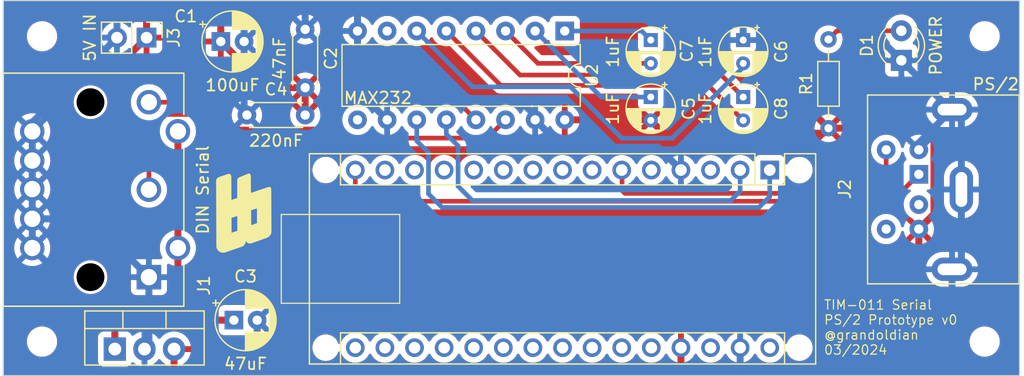
<source format=kicad_pcb>
(kicad_pcb (version 20221018) (generator pcbnew)
  (layers (0 "F.Cu" signal) (31 "B.Cu" signal) (34 "B.Paste" user) (35 "F.Paste" user) (36 "B.SilkS" user "B.Silkscreen") (37 "F.SilkS" user "F.Silkscreen") (38 "B.Mask" user) (39 "F.Mask" user) (44 "Edge.Cuts" user))
  (net 0 "")
  (net 1 "+5V")
  (net 2 "GND")
  (net 3 "+12V")
  (net 4 "Net-(U2-VS+)")
  (net 5 "Net-(U2-VS-)")
  (net 6 "Net-(U2-C1+)")
  (net 7 "Net-(U2-C1-)")
  (net 8 "Net-(U2-C2+)")
  (net 9 "Net-(U2-C2-)")
  (net 10 "Net-(D1-A)")
  (net 11 "S_TX")
  (net 12 "S_RX")
  (net 13 "PS2-DATA")
  (net 15 "PS2-CLK")
  (net 17 "Net-(U1-Pin_1)")
  (net 18 "Net-(U1-Pin_2)")
  (footprint "Capacitor_THT:CP_Radial_D4.0mm_P2.00mm" (layer "F.Cu") (at 144.19 55.027401 -90)
    (fp_text reference "C8" (at 1 -3.25 90) (layer "F.SilkS"))
    (fp_text value "1uF" (at 1 3.25 90) (layer "F.SilkS"))
    (pad "1" thru_hole rect (at 0 0 270) (size 1.2 1.2) (drill 0.6) (layers "*.Cu" "*.Mask") (net 8 "Net-(U2-C2+)"))
    (pad "2" thru_hole circle (at 2 0 270) (size 1.2 1.2) (drill 0.6) (layers "*.Cu" "*.Mask") (net 9 "Net-(U2-C2-)"))
  )
  (footprint "TIMPS2Key:BF8" (layer "F.Cu") (at 101.40526 64.923103 90)
    (fp_text reference "G1" hide)
    (fp_text value "Board Folk Logo" hide)
  )
  (footprint "TIMPS2Key:DINSerial" (layer "F.Cu") (at 88.19 62.9884 90)
    (fp_text reference "J1" (at -8.2042 9.7282 90 unlocked) (layer "F.SilkS"))
    (fp_text value "DIN Serial" (at -0.0016 9.63 90 unlocked) (layer "F.SilkS"))
    (pad "" np_thru_hole circle (at -7.4916 0) (size 2.39 2.39) (drill 2.39) (layers "*.Mask"))
    (pad "" np_thru_hole circle (at 7.5184 0) (size 2.39 2.39) (drill 2.39) (layers "*.Mask"))
    (pad "1" thru_hole rect (at -7.4916 5.01) (size 2.1 2.1) (drill 1.4) (layers "*.Mask" "F.Cu" "In1.Cu" "B.Cu") (net 2 "GND"))
    (pad "2" thru_hole circle (at 0.0134 5.01) (size 2.1 2.1) (drill 1.4) (layers "*.Mask" "F.Cu" "In1.Cu" "B.Cu") (net 11 "S_TX"))
    (pad "3" thru_hole circle (at 7.5184 5.01) (size 2.1 2.1) (drill 1.4) (layers "*.Mask" "F.Cu" "In1.Cu" "B.Cu") (net 12 "S_RX"))
    (pad "4" thru_hole circle (at -4.9916 7.5) (size 2.1 2.1) (drill 1.4) (layers "*.Mask" "F.Cu" "In1.Cu" "B.Cu") (net 3 "+12V"))
    (pad "5" thru_hole circle (at 5.0184 7.5) (size 2.1 2.1) (drill 1.4) (layers "*.Mask" "F.Cu" "In1.Cu" "B.Cu") (net 3 "+12V"))
    (pad "G" thru_hole circle (at -4.9916 -4.9968) (size 2.1 2.1) (drill 1.4) (layers "*.Mask" "F.Cu" "In1.Cu" "B.Cu") (net 2 "GND"))
    (pad "G" thru_hole circle (at -2.4866 -4.9968) (size 2.1 2.1) (drill 1.4) (layers "*.Cu" "*.Mask") (net 2 "GND"))
    (pad "G" thru_hole circle (at 0.0642 -4.9968) (size 2.1 2.1) (drill 1.4) (layers "*.Mask" "F.Cu" "In1.Cu" "B.Cu") (net 2 "GND"))
    (pad "G" thru_hole circle (at 2.5134 -4.9968) (size 2.1 2.1) (drill 1.4) (layers "*.Cu" "*.Mask") (net 2 "GND"))
    (pad "G" thru_hole circle (at 5.0184 -4.9968) (size 2.1 2.1) (drill 1.4) (layers "*.Mask" "F.Cu" "In1.Cu" "B.Cu") (net 2 "GND"))
  )
  (footprint "Arduino:Connector_Mini-DIN_Female_6Pin_2rows" (layer "F.Cu") (at 159.26 61.655 90)
    (fp_text reference "J2" (at -1.27 -6.35 90) (layer "F.SilkS"))
    (fp_text value "PS/2" (at 7.725 6.6 180) (layer "F.SilkS"))
    (pad "1" thru_hole rect (at 0 0 90) (size 1.6 1.6) (drill 0.8) (layers "*.Cu" "*.Mask") (net 13 "PS2-DATA"))
    (pad "2" thru_hole circle (at -2.6 0 90) (size 1.6 1.6) (drill 0.8) (layers "*.Cu" "*.Mask"))
    (pad "3" thru_hole circle (at 2.1 0 90) (size 1.6 1.6) (drill 0.8) (layers "*.Cu" "*.Mask") (net 2 "GND"))
    (pad "4" thru_hole circle (at -4.7 0 90) (size 1.6 1.6) (drill 0.8) (layers "*.Cu" "*.Mask") (net 1 "+5V"))
    (pad "5" thru_hole circle (at 2.1 -2.8 90) (size 1.6 1.6) (drill 0.8) (layers "*.Cu" "*.Mask") (net 15 "PS2-CLK"))
    (pad "6" thru_hole circle (at -4.7 -2.8 90) (size 1.6 1.6) (drill 0.8) (layers "*.Cu" "*.Mask"))
    (pad "7" thru_hole oval (at -8.15 2.85 90) (size 2 3.5) (drill oval 1 2.5) (layers "*.Cu" "*.Mask") (net 2 "GND"))
    (pad "7" thru_hole oval (at -1.3 3.65 90) (size 4 2) (drill oval 3 1) (layers "*.Cu" "*.Mask") (net 2 "GND"))
    (pad "7" thru_hole oval (at 5.55 2.85 90) (size 2 3.5) (drill oval 1 2.5) (layers "*.Cu" "*.Mask") (net 2 "GND"))
  )
  (footprint "Capacitor_THT:CP_Radial_D4.0mm_P2.00mm" (layer "F.Cu") (at 136.26 50.137401 -90)
    (fp_text reference "C7" (at 0.94 -3.09 90) (layer "F.SilkS"))
    (fp_text value "1uF" (at 1 3.25 90) (layer "F.SilkS"))
    (pad "1" thru_hole rect (at 0 0 270) (size 1.2 1.2) (drill 0.6) (layers "*.Cu" "*.Mask") (net 6 "Net-(U2-C1+)"))
    (pad "2" thru_hole circle (at 2 0 270) (size 1.2 1.2) (drill 0.6) (layers "*.Cu" "*.Mask") (net 7 "Net-(U2-C1-)"))
  )
  (footprint "MountingHole:MountingHole_2.1mm" (layer "F.Cu") (at 164.91 49.81)
    (fp_text reference "H3" hide)
    (fp_text value "MountingHole" hide)
    (pad "" np_thru_hole circle (at 0 0) (size 2.1 2.1) (drill 2.1) (layers "*.Cu" "*.Mask"))
  )
  (footprint "LED_THT:LED_D3.0mm" (layer "F.Cu") (at 157.76 51.88 90)
    (fp_text reference "D1" (at 1.27 -2.96 90) (layer "F.SilkS"))
    (fp_text value "POWER" (at 1.27 2.96 90) (layer "F.SilkS"))
    (pad "1" thru_hole rect (at 0 0 90) (size 1.8 1.8) (drill 0.9) (layers "*.Cu" "*.Mask") (net 2 "GND"))
    (pad "2" thru_hole circle (at 2.54 0 90) (size 1.8 1.8) (drill 0.9) (layers "*.Cu" "*.Mask") (net 10 "Net-(D1-A)"))
  )
  (footprint "Capacitor_THT:C_Disc_D4.3mm_W1.9mm_P5.00mm" (layer "F.Cu") (at 101.61 56.57)
    (fp_text reference "C4" (at 2.5 -2.2) (layer "F.SilkS"))
    (fp_text value "220nF" (at 2.5 2.2) (layer "F.SilkS"))
    (pad "1" thru_hole circle (at 0 0) (size 1.6 1.6) (drill 0.8) (layers "*.Cu" "*.Mask") (net 2 "GND"))
    (pad "2" thru_hole circle (at 5 0) (size 1.6 1.6) (drill 0.8) (layers "*.Cu" "*.Mask") (net 1 "+5V"))
  )
  (footprint "Connector_PinHeader_2.54mm:PinHeader_1x02_P2.54mm_Vertical" (layer "F.Cu") (at 93 49.93 -90)
    (fp_text reference "J3" (at 0 -2.33 90) (layer "F.SilkS"))
    (fp_text value "5V IN" (at 0 4.87 90) (layer "F.SilkS"))
    (pad "1" thru_hole rect (at 0 0 270) (size 1.7 1.7) (drill 1) (layers "*.Cu" "*.Mask") (net 1 "+5V"))
    (pad "2" thru_hole oval (at 0 2.54 270) (size 1.7 1.7) (drill 1) (layers "*.Cu" "*.Mask") (net 2 "GND"))
  )
  (footprint "Capacitor_THT:C_Disc_D4.3mm_W1.9mm_P5.00mm" (layer "F.Cu") (at 106.61 49.22 -90)
    (fp_text reference "C2" (at 2.5 -2.2 90) (layer "F.SilkS"))
    (fp_text value "47nF" (at 2.5 2.2 90) (layer "F.SilkS"))
    (pad "1" thru_hole circle (at 0 0 270) (size 1.6 1.6) (drill 0.8) (layers "*.Cu" "*.Mask") (net 2 "GND"))
    (pad "2" thru_hole circle (at 5 0 270) (size 1.6 1.6) (drill 0.8) (layers "*.Cu" "*.Mask") (net 1 "+5V"))
  )
  (footprint "MountingHole:MountingHole_2.1mm" (layer "F.Cu") (at 84.03 49.81)
    (fp_text reference "H2" hide)
    (fp_text value "MountingHole" hide)
    (pad "" np_thru_hole circle (at 0 0) (size 2.1 2.1) (drill 2.1) (layers "*.Cu" "*.Mask"))
  )
  (footprint "MountingHole:MountingHole_2.1mm" (layer "F.Cu") (at 164.91 76.01)
    (fp_text reference "H5" hide)
    (fp_text value "MountingHole" hide)
    (pad "" np_thru_hole circle (at 0 0) (size 2.1 2.1) (drill 2.1) (layers "*.Cu" "*.Mask"))
  )
  (footprint "MountingHole:MountingHole_2.1mm" (layer "F.Cu") (at 84.03 76.01)
    (fp_text reference "H4" hide)
    (fp_text value "MountingHole" hide)
    (pad "" np_thru_hole circle (at 0 0) (size 2.1 2.1) (drill 2.1) (layers "*.Cu" "*.Mask"))
  )
  (footprint "Arduino:Arduino_Nano_WithMountingHoles" (layer "F.Cu") (at 146.47 61.29 -90)
    (fp_text reference "U1" hide)
    (fp_text value "NANO Socket")
    (pad "" np_thru_hole circle (at 0 -2.54 270) (size 1.78 1.78) (drill 1.78) (layers "*.Cu" "*.Mask"))
    (pad "" np_thru_hole circle (at 0 38.1 270) (size 1.78 1.78) (drill 1.78) (layers "*.Cu" "*.Mask"))
    (pad "" np_thru_hole circle (at 15.24 -2.54 270) (size 1.78 1.78) (drill 1.78) (layers "*.Cu" "*.Mask"))
    (pad "" np_thru_hole circle (at 15.24 38.1 270) (size 1.78 1.78) (drill 1.78) (layers "*.Cu" "*.Mask"))
    (pad "1" thru_hole rect (at 0 0 270) (size 1.6 1.6) (drill 1) (layers "*.Cu" "*.Mask") (net 17 "Net-(U1-Pin_1)"))
    (pad "2" thru_hole oval (at 0 2.54 270) (size 1.6 1.6) (drill 1) (layers "*.Cu" "*.Mask") (net 18 "Net-(U1-Pin_2)"))
    (pad "3" thru_hole oval (at 0 5.08 270) (size 1.6 1.6) (drill 1) (layers "*.Cu" "*.Mask"))
    (pad "4" thru_hole oval (at 0 7.62 270) (size 1.6 1.6) (drill 1) (layers "*.Cu" "*.Mask") (net 2 "GND"))
    (pad "5" thru_hole oval (at 0 10.16 270) (size 1.6 1.6) (drill 1) (layers "*.Cu" "*.Mask"))
    (pad "6" thru_hole oval (at 0 12.7 270) (size 1.6 1.6) (drill 1) (layers "*.Cu" "*.Mask") (net 15 "PS2-CLK"))
    (pad "7" thru_hole oval (at 0 15.24 270) (size 1.6 1.6) (drill 1) (layers "*.Cu" "*.Mask"))
    (pad "8" thru_hole oval (at 0 17.78 270) (size 1.6 1.6) (drill 1) (layers "*.Cu" "*.Mask"))
    (pad "9" thru_hole oval (at 0 20.32 270) (size 1.6 1.6) (drill 1) (layers "*.Cu" "*.Mask"))
    (pad "10" thru_hole oval (at 0 22.86 270) (size 1.6 1.6) (drill 1) (layers "*.Cu" "*.Mask"))
    (pad "11" thru_hole oval (at 0 25.4 270) (size 1.6 1.6) (drill 1) (layers "*.Cu" "*.Mask"))
    (pad "12" thru_hole oval (at 0 27.94 270) (size 1.6 1.6) (drill 1) (layers "*.Cu" "*.Mask"))
    (pad "13" thru_hole oval (at 0 30.48 270) (size 1.6 1.6) (drill 1) (layers "*.Cu" "*.Mask"))
    (pad "14" thru_hole oval (at 0 33.02 270) (size 1.6 1.6) (drill 1) (layers "*.Cu" "*.Mask"))
    (pad "15" thru_hole oval (at 0 35.56 270) (size 1.6 1.6) (drill 1) (layers "*.Cu" "*.Mask") (net 13 "PS2-DATA"))
    (pad "16" thru_hole oval (at 15.24 35.56 270) (size 1.6 1.6) (drill 1) (layers "*.Cu" "*.Mask"))
    (pad "17" thru_hole oval (at 15.24 33.02 270) (size 1.6 1.6) (drill 1) (layers "*.Cu" "*.Mask"))
    (pad "18" thru_hole oval (at 15.24 30.48 270) (size 1.6 1.6) (drill 1) (layers "*.Cu" "*.Mask"))
    (pad "19" thru_hole oval (at 15.24 27.94 270) (size 1.6 1.6) (drill 1) (layers "*.Cu" "*.Mask"))
    (pad "20" thru_hole oval (at 15.24 25.4 270) (size 1.6 1.6) (drill 1) (layers "*.Cu" "*.Mask"))
    (pad "21" thru_hole oval (at 15.24 22.86 270) (size 1.6 1.6) (drill 1) (layers "*.Cu" "*.Mask"))
    (pad "22" thru_hole oval (at 15.24 20.32 270) (size 1.6 1.6) (drill 1) (layers "*.Cu" "*.Mask"))
    (pad "23" thru_hole oval (at 15.24 17.78 270) (size 1.6 1.6) (drill 1) (layers "*.Cu" "*.Mask"))
    (pad "24" thru_hole oval (at 15.24 15.24 270) (size 1.6 1.6) (drill 1) (layers "*.Cu" "*.Mask"))
    (pad "25" thru_hole oval (at 15.24 12.7 270) (size 1.6 1.6) (drill 1) (layers "*.Cu" "*.Mask"))
    (pad "26" thru_hole oval (at 15.24 10.16 270) (size 1.6 1.6) (drill 1) (layers "*.Cu" "*.Mask"))
    (pad "27" thru_hole oval (at 15.24 7.62 270) (size 1.6 1.6) (drill 1) (layers "*.Cu" "*.Mask") (net 1 "+5V"))
    (pad "28" thru_hole oval (at 15.24 5.08 270) (size 1.6 1.6) (drill 1) (layers "*.Cu" "*.Mask"))
    (pad "29" thru_hole oval (at 15.24 2.54 270) (size 1.6 1.6) (drill 1) (layers "*.Cu" "*.Mask") (net 2 "GND"))
    (pad "30" thru_hole oval (at 15.24 0 270) (size 1.6 1.6) (drill 1) (layers "*.Cu" "*.Mask"))
  )
  (footprint "Capacitor_THT:CP_Radial_D5.0mm_P2.00mm" (layer "F.Cu") (at 99.37 50.26)
    (fp_text reference "C1" (at -3 -2.16) (layer "F.SilkS"))
    (fp_text value "100uF" (at 1 3.75) (layer "F.SilkS"))
    (pad "1" thru_hole rect (at 0 0) (size 1.6 1.6) (drill 0.8) (layers "*.Cu" "*.Mask") (net 1 "+5V"))
    (pad "2" thru_hole circle (at 2 0) (size 1.6 1.6) (drill 0.8) (layers "*.Cu" "*.Mask") (net 2 "GND"))
  )
  (footprint "Package_TO_SOT_THT:TO-220-3_Vertical" (layer "F.Cu") (at 90.28 76.65)
    (fp_text reference "U3" hide)
    (fp_text value "LM7805_TO220" hide)
    (pad "1" thru_hole rect (at 0 0) (size 1.905 2) (drill 1.1) (layers "*.Cu" "*.Mask") (net 3 "+12V"))
    (pad "2" thru_hole oval (at 2.54 0) (size 1.905 2) (drill 1.1) (layers "*.Cu" "*.Mask") (net 2 "GND"))
    (pad "3" thru_hole oval (at 5.08 0) (size 1.905 2) (drill 1.1) (layers "*.Cu" "*.Mask") (net 1 "+5V"))
  )
  (footprint "Capacitor_THT:CP_Radial_D4.0mm_P2.00mm" (layer "F.Cu") (at 136.26 55.027401 -90)
    (fp_text reference "C5" (at 1 -3.25 90) (layer "F.SilkS"))
    (fp_text value "1uF" (at 1 3.25 90) (layer "F.SilkS"))
    (pad "1" thru_hole rect (at 0 0 270) (size 1.2 1.2) (drill 0.6) (layers "*.Cu" "*.Mask") (net 4 "Net-(U2-VS+)"))
    (pad "2" thru_hole circle (at 2 0 270) (size 1.2 1.2) (drill 0.6) (layers "*.Cu" "*.Mask") (net 1 "+5V"))
  )
  (footprint "Capacitor_THT:CP_Radial_D5.0mm_P2.00mm" (layer "F.Cu") (at 100.49 74.17)
    (fp_text reference "C3" (at 1 -3.75) (layer "F.SilkS"))
    (fp_text value "47uF" (at 1 3.75) (layer "F.SilkS"))
    (pad "1" thru_hole rect (at 0 0) (size 1.6 1.6) (drill 0.8) (layers "*.Cu" "*.Mask") (net 3 "+12V"))
    (pad "2" thru_hole circle (at 2 0) (size 1.6 1.6) (drill 0.8) (layers "*.Cu" "*.Mask") (net 2 "GND"))
  )
  (footprint "Package_DIP:DIP-16_W7.62mm" (layer "F.Cu") (at 128.88 49.36 -90)
    (fp_text reference "U2" (at 3.81 -2.33 90) (layer "F.SilkS"))
    (fp_text value "MAX232" (at 5.74 16.03 180) (layer "F.SilkS"))
    (pad "1" thru_hole rect (at 0 0 270) (size 1.6 1.6) (drill 0.8) (layers "*.Cu" "*.Mask") (net 6 "Net-(U2-C1+)"))
    (pad "2" thru_hole oval (at 0 2.54 270) (size 1.6 1.6) (drill 0.8) (layers "*.Cu" "*.Mask") (net 4 "Net-(U2-VS+)"))
    (pad "3" thru_hole oval (at 0 5.08 270) (size 1.6 1.6) (drill 0.8) (layers "*.Cu" "*.Mask") (net 7 "Net-(U2-C1-)"))
    (pad "4" thru_hole oval (at 0 7.62 270) (size 1.6 1.6) (drill 0.8) (layers "*.Cu" "*.Mask") (net 8 "Net-(U2-C2+)"))
    (pad "5" thru_hole oval (at 0 10.16 270) (size 1.6 1.6) (drill 0.8) (layers "*.Cu" "*.Mask") (net 9 "Net-(U2-C2-)"))
    (pad "6" thru_hole oval (at 0 12.7 270) (size 1.6 1.6) (drill 0.8) (layers "*.Cu" "*.Mask") (net 5 "Net-(U2-VS-)"))
    (pad "7" thru_hole oval (at 0 15.24 270) (size 1.6 1.6) (drill 0.8) (layers "*.Cu" "*.Mask"))
    (pad "8" thru_hole oval (at 0 17.78 270) (size 1.6 1.6) (drill 0.8) (layers "*.Cu" "*.Mask") (net 2 "GND"))
    (pad "9" thru_hole oval (at 7.62 17.78 270) (size 1.6 1.6) (drill 0.8) (layers "*.Cu" "*.Mask"))
    (pad "10" thru_hole oval (at 7.62 15.24 270) (size 1.6 1.6) (drill 0.8) (layers "*.Cu" "*.Mask") (net 2 "GND"))
    (pad "11" thru_hole oval (at 7.62 12.7 270) (size 1.6 1.6) (drill 0.8) (layers "*.Cu" "*.Mask") (net 17 "Net-(U1-Pin_1)"))
    (pad "12" thru_hole oval (at 7.62 10.16 270) (size 1.6 1.6) (drill 0.8) (layers "*.Cu" "*.Mask") (net 18 "Net-(U1-Pin_2)"))
    (pad "13" thru_hole oval (at 7.62 7.62 270) (size 1.6 1.6) (drill 0.8) (layers "*.Cu" "*.Mask") (net 12 "S_RX"))
    (pad "14" thru_hole oval (at 7.62 5.08 270) (size 1.6 1.6) (drill 0.8) (layers "*.Cu" "*.Mask") (net 11 "S_TX"))
    (pad "15" thru_hole oval (at 7.62 2.54 270) (size 1.6 1.6) (drill 0.8) (layers "*.Cu" "*.Mask") (net 2 "GND"))
    (pad "16" thru_hole oval (at 7.62 0 270) (size 1.6 1.6) (drill 0.8) (layers "*.Cu" "*.Mask") (net 1 "+5V"))
  )
  (footprint "Capacitor_THT:CP_Radial_D4.0mm_P2.00mm" (layer "F.Cu") (at 144.19 50.137401 -90)
    (fp_text reference "C6" (at 1 -3.25 90) (layer "F.SilkS"))
    (fp_text value "1uF" (at 1 3.25 90) (layer "F.SilkS"))
    (pad "1" thru_hole rect (at 0 0 270) (size 1.2 1.2) (drill 0.6) (layers "*.Cu" "*.Mask") (net 2 "GND"))
    (pad "2" thru_hole circle (at 2 0 270) (size 1.2 1.2) (drill 0.6) (layers "*.Cu" "*.Mask") (net 5 "Net-(U2-VS-)"))
  )
  (footprint "Resistor_THT:R_Axial_DIN0204_L3.6mm_D1.6mm_P7.62mm_Horizontal" (layer "F.Cu") (at 151.51 57.7 90)
    (fp_text reference "R1" (at 3.81 -1.92 90) (layer "F.SilkS"))
    (fp_text value "1K")
    (pad "1" thru_hole circle (at 0 0 90) (size 1.4 1.4) (drill 0.7) (layers "*.Cu" "*.Mask") (net 1 "+5V"))
    (pad "2" thru_hole oval (at 7.62 0 90) (size 1.4 1.4) (drill 0.7) (layers "*.Cu" "*.Mask") (net 10 "Net-(D1-A)"))
  )
  (gr_rect (start 80.71 46.75) (end 167.9 78.93) (stroke (width 0.1)) (fill none) (layer "Edge.Cuts"))
  (gr_text "TIM-011 Serial\nPS/2 Prototype v0\n@grandoldian\n03/2024" (at 151.07 77.19) (layer "F.SilkS") (effects (font (size 0.8 0.8) (thickness 0.1)) (justify left bottom)))
  (segment (start 138.85 76.53) (end 138.85 78.59) (width 0.6) (layer "F.Cu") (net 1))
  (segment (start 88.23 78.63) (end 95.57 78.63) (width 0.6) (layer "F.Cu") (net 1))
  (segment (start 160.56 65.055) (end 160.56 58.27) (width 0.6) (layer "F.Cu") (net 1))
  (segment (start 151.51 57.7) (end 147.03 53.22) (width 0.6) (layer "F.Cu") (net 1))
  (segment (start 82.302197 53.127803) (end 81.01 54.42) (width 0.6) (layer "F.Cu") (net 1))
  (segment (start 106.61 54.22) (end 106.61 56.57) (width 0.6) (layer "F.Cu") (net 1))
  (segment (start 87.99 78.39) (end 88.23 78.63) (width 0.6) (layer "F.Cu") (net 1))
  (segment (start 95.36 76.65) (end 95.36 78.42) (width 0.6) (layer "F.Cu") (net 1))
  (segment (start 99.37 50.26) (end 103.33 54.22) (width 0.6) (layer "F.Cu") (net 1))
  (segment (start 147.03 53.22) (end 147.03 49.67) (width 0.6) (layer "F.Cu") (net 1))
  (segment (start 156.33 78.63) (end 159.26 75.7) (width 0.6) (layer "F.Cu") (net 1))
  (segment (start 128.88 56.98) (end 136.212599 56.98) (width 0.6) (layer "F.Cu") (net 1))
  (segment (start 95.57 78.63) (end 138.89 78.63) (width 0.6) (layer "F.Cu") (net 1))
  (segment (start 99.37 47.12) (end 99.44 47.05) (width 0.6) (layer "F.Cu") (net 1))
  (segment (start 99.44 47.05) (end 93.26 47.05) (width 0.6) (layer "F.Cu") (net 1))
  (segment (start 89.802197 53.127803) (end 82.302197 53.127803) (width 0.6) (layer "F.Cu") (net 1))
  (segment (start 159.26 66.355) (end 160.56 65.055) (width 0.6) (layer "F.Cu") (net 1))
  (segment (start 137.36 58.127401) (end 151.082599 58.127401) (width 0.6) (layer "F.Cu") (net 1))
  (segment (start 138.85 78.59) (end 138.89 78.63) (width 0.6) (layer "F.Cu") (net 1))
  (segment (start 99.37 50.26) (end 99.37 47.12) (width 0.6) (layer "F.Cu") (net 1))
  (segment (start 159.99 57.7) (end 151.51 57.7) (width 0.6) (layer "F.Cu") (net 1))
  (segment (start 93.26 47.05) (end 93 47.31) (width 0.6) (layer "F.Cu") (net 1))
  (segment (start 160.56 58.27) (end 159.99 57.7) (width 0.6) (layer "F.Cu") (net 1))
  (segment (start 136.212599 56.98) (end 136.26 57.027401) (width 0.6) (layer "F.Cu") (net 1))
  (segment (start 103.33 54.22) (end 106.61 54.22) (width 0.6) (layer "F.Cu") (net 1))
  (segment (start 93 49.93) (end 89.802197 53.127803) (width 0.6) (layer "F.Cu") (net 1))
  (segment (start 144.41 47.05) (end 99.44 47.05) (width 0.6) (layer "F.Cu") (net 1))
  (segment (start 81.01 54.42) (end 81.01 69.82) (width 0.6) (layer "F.Cu") (net 1))
  (segment (start 87.99 76.8) (end 87.99 78.39) (width 0.6) (layer "F.Cu") (net 1))
  (segment (start 151.082599 58.127401) (end 151.51 57.7) (width 0.6) (layer "F.Cu") (net 1))
  (segment (start 95.36 78.42) (end 95.57 78.63) (width 0.6) (layer "F.Cu") (net 1))
  (segment (start 159.26 75.7) (end 159.26 66.355) (width 0.6) (layer "F.Cu") (net 1))
  (segment (start 138.89 78.63) (end 156.33 78.63) (width 0.6) (layer "F.Cu") (net 1))
  (segment (start 136.26 57.027401) (end 137.36 58.127401) (width 0.6) (layer "F.Cu") (net 1))
  (segment (start 93 47.31) (end 93 49.93) (width 0.6) (layer "F.Cu") (net 1))
  (segment (start 81.01 69.82) (end 87.99 76.8) (width 0.6) (layer "F.Cu") (net 1))
  (segment (start 147.03 49.67) (end 144.41 47.05) (width 0.6) (layer "F.Cu") (net 1))
  (segment (start 144.15 47.05) (end 111 47.05) (width 0.6) (layer "B.Cu") (net 2))
  (segment (start 143.93 76.53) (end 143.93 78.59) (width 0.6) (layer "B.Cu") (net 2))
  (segment (start 106.61 47.25) (end 106.81 47.05) (width 0.6) (layer "B.Cu") (net 2))
  (segment (start 128.69 59.33) (end 126.34 56.98) (width 0.6) (layer "B.Cu") (net 2))
  (segment (start 93.2 78.62) (end 93.19 78.63) (width 0.6) (layer "B.Cu") (net 2))
  (segment (start 144.19 47.09) (end 144.15 47.05) (width 0.6) (layer "B.Cu") (net 2))
  (segment (start 103.05 78.63) (end 117.1 78.63) (width 0.6) (layer "B.Cu") (net 2))
  (segment (start 83.1932 57.97) (end 83.1932 67.98) (width 0.6) (layer "B.Cu") (net 2))
  (segment (start 101.37 56.33) (end 101.61 56.57) (width 0.6) (layer "B.Cu") (net 2))
  (segment (start 102.49 78.41) (end 102.27 78.63) (width 0.6) (layer "B.Cu") (net 2))
  (segment (start 143.97 78.63) (end 158.82 78.63) (width 0.6) (layer "B.Cu") (net 2))
  (segment (start 83.1932 57.1968) (end 83.1932 57.97) (width 0.6) (layer "B.Cu") (net 2))
  (segment (start 144.19 50.137401) (end 144.19 47.09) (width 0.6) (layer "B.Cu") (net 2))
  (segment (start 143.93 78.59) (end 143.97 78.63) (width 0.6) (layer "B.Cu") (net 2))
  (segment (start 126.34 56.98) (end 126.34 56.62) (width 0.6) (layer "B.Cu") (net 2))
  (segment (start 101.37 50.26) (end 101.37 47.25) (width 0.6) (layer "B.Cu") (net 2))
  (segment (start 159.26 59.555) (end 159.26 58.955) (width 0.6) (layer "B.Cu") (net 2))
  (segment (start 106.81 47.05) (end 101.17 47.05) (width 0.6) (layer "B.Cu") (net 2))
  (segment (start 85.96 70.7468) (end 85.96 77.44) (width 0.6) (layer "B.Cu") (net 2))
  (segment (start 91.3 47.05) (end 90.46 47.89) (width 0.6) (layer "B.Cu") (net 2))
  (segment (start 162.91 56.905) (end 162.11 56.105) (width 0.6) (layer "B.Cu") (net 2))
  (segment (start 111.1 54.44) (end 111.96 55.3) (width 0.6) (layer "B.Cu") (net 2))
  (segment (start 101.37 50.26) (end 101.37 56.33) (width 0.6) (layer "B.Cu") (net 2))
  (segment (start 93.2 70.48) (end 93.2 76.27) (width 0.6) (layer "B.Cu") (net 2))
  (segment (start 162.11 56.105) (end 161.985 56.105) (width 0.6) (layer "B.Cu") (net 2))
  (segment (start 88.195 65.475) (end 83.1932 65.475) (width 0.6) (layer "B.Cu") (net 2))
  (segment (start 117.1 78.63) (end 143.97 78.63) (width 0.6) (layer "B.Cu") (net 2))
  (segment (start 162.91 62.955) (end 162.91 56.905) (width 0.6) (layer "B.Cu") (net 2))
  (segment (start 111.96 55.3) (end 113.64 56.98) (width 0.6) (layer "B.Cu") (net 2))
  (segment (start 90.46 49.93) (end 83.1932 57.1968) (width 0.6) (layer "B.Cu") (net 2))
  (segment (start 111.1 49.36) (end 111.1 47.15) (width 0.6) (layer "B.Cu") (net 2))
  (segment (start 106.61 49.22) (end 106.61 47.25) (width 0.6) (layer "B.Cu") (net 2))
  (segment (start 162.91 69.005) (end 162.11 69.805) (width 0.6) (layer "B.Cu") (net 2))
  (segment (start 162.11 75.34) (end 162.11 69.805) (width 0.6) (layer "B.Cu") (net 2))
  (segment (start 102.49 74.17) (end 102.49 78.41) (width 0.6) (layer "B.Cu") (net 2))
  (segment (start 111 47.05) (end 106.81 47.05) (width 0.6) (layer "B.Cu") (net 2))
  (segment (start 101.37 47.25) (end 101.17 47.05) (width 0.6) (layer "B.Cu") (net 2))
  (segment (start 93.2 70.48) (end 88.195 65.475) (width 0.6) (layer "B.Cu") (net 2))
  (segment (start 83.1932 67.98) (end 85.96 70.7468) (width 0.6) (layer "B.Cu") (net 2))
  (segment (start 152.93 47.05) (end 144.15 47.05) (width 0.6) (layer "B.Cu") (net 2))
  (segment (start 111.1 49.36) (end 111.1 54.44) (width 0.6) (layer "B.Cu") (net 2))
  (segment (start 162.91 62.955) (end 162.91 69.005) (width 0.6) (layer "B.Cu") (net 2))
  (segment (start 125.02 55.3) (end 111.96 55.3) (width 0.6) (layer "B.Cu") (net 2))
  (segment (start 102.27 78.63) (end 103.05 78.63) (width 0.6) (layer "B.Cu") (net 2))
  (segment (start 85.96 77.44) (end 87.15 78.63) (width 0.6) (layer "B.Cu") (net 2))
  (segment (start 157.76 51.88) (end 152.93 47.05) (width 0.6) (layer "B.Cu") (net 2))
  (segment (start 158.82 78.63) (end 162.11 75.34) (width 0.6) (layer "B.Cu") (net 2))
  (segment (start 93.19 78.63) (end 102.27 78.63) (width 0.6) (layer "B.Cu") (net 2))
  (segment (start 101.17 47.05) (end 91.3 47.05) (width 0.6) (layer "B.Cu") (net 2))
  (segment (start 138.85 61.29) (end 136.89 59.33) (width 0.6) (layer "B.Cu") (net 2))
  (segment (start 93.2 76.27) (end 92.82 76.65) (width 0.6) (layer "B.Cu") (net 2))
  (segment (start 136.89 59.33) (end 128.69 59.33) (width 0.6) (layer "B.Cu") (net 2))
  (segment (start 126.34 56.62) (end 125.02 55.3) (width 0.6) (layer "B.Cu") (net 2))
  (segment (start 161.985 56.105) (end 157.76 51.88) (width 0.6) (layer "B.Cu") (net 2))
  (segment (start 87.15 78.63) (end 93.19 78.63) (width 0.6) (layer "B.Cu") (net 2))
  (segment (start 90.46 47.89) (end 90.46 49.93) (width 0.6) (layer "B.Cu") (net 2))
  (segment (start 159.26 58.955) (end 162.11 56.105) (width 0.6) (layer "B.Cu") (net 2))
  (segment (start 111.1 47.15) (end 111 47.05) (width 0.6) (layer "B.Cu") (net 2))
  (segment (start 90.28 74.54) (end 90.28 76.65) (width 0.6) (layer "F.Cu") (net 3))
  (segment (start 90.65 74.17) (end 90.28 74.54) (width 0.6) (layer "F.Cu") (net 3))
  (segment (start 100.49 74.17) (end 95.78 74.17) (width 0.6) (layer "F.Cu") (net 3))
  (segment (start 95.78 74.17) (end 90.65 74.17) (width 0.6) (layer "F.Cu") (net 3))
  (segment (start 95.69 74.08) (end 95.78 74.17) (width 0.6) (layer "F.Cu") (net 3))
  (segment (start 95.69 57.97) (end 95.69 67.98) (width 0.6) (layer "F.Cu") (net 3))
  (segment (start 95.69 67.98) (end 95.69 74.08) (width 0.6) (layer "F.Cu") (net 3))
  (segment (start 126.34 49.36) (end 132.007401 55.027401) (width 0.4) (layer "B.Cu") (net 4))
  (segment (start 132.007401 55.027401) (end 136.26 55.027401) (width 0.4) (layer "B.Cu") (net 4))
  (segment (start 129.37 54.15) (end 133.78 58.56) (width 0.4) (layer "B.Cu") (net 5))
  (segment (start 116.18 49.36) (end 120.97 54.15) (width 0.4) (layer "B.Cu") (net 5))
  (segment (start 144.19 52.47) (end 144.19 52.137401) (width 0.4) (layer "B.Cu") (net 5))
  (segment (start 138.1 58.56) (end 144.19 52.47) (width 0.4) (layer "B.Cu") (net 5))
  (segment (start 133.78 58.56) (end 138.1 58.56) (width 0.4) (layer "B.Cu") (net 5))
  (segment (start 120.97 54.15) (end 129.37 54.15) (width 0.4) (layer "B.Cu") (net 5))
  (segment (start 135.482599 49.36) (end 136.26 50.137401) (width 0.4) (layer "B.Cu") (net 6))
  (segment (start 128.88 49.36) (end 135.482599 49.36) (width 0.4) (layer "B.Cu") (net 6))
  (segment (start 123.8 49.36) (end 126.577401 52.137401) (width 0.4) (layer "F.Cu") (net 7))
  (segment (start 126.577401 52.137401) (end 136.26 52.137401) (width 0.4) (layer "F.Cu") (net 7))
  (segment (start 125.037401 53.137401) (end 142.3 53.137401) (width 0.4) (layer "F.Cu") (net 8))
  (segment (start 121.26 49.36) (end 125.037401 53.137401) (width 0.4) (layer "F.Cu") (net 8))
  (segment (start 142.3 53.137401) (end 144.19 55.027401) (width 0.4) (layer "F.Cu") (net 8))
  (segment (start 123.387401 54.027401) (end 141.19 54.027401) (width 0.4) (layer "F.Cu") (net 9))
  (segment (start 141.19 54.027401) (end 144.19 57.027401) (width 0.4) (layer "F.Cu") (net 9))
  (segment (start 118.72 49.36) (end 123.387401 54.027401) (width 0.4) (layer "F.Cu") (net 9))
  (segment (start 157.76 49.34) (end 152.25 49.34) (width 0.4) (layer "F.Cu") (net 10))
  (segment (start 152.25 49.34) (end 151.51 50.08) (width 0.4) (layer "F.Cu") (net 10))
  (segment (start 99.56 58.55) (end 122.23 58.55) (width 0.4) (layer "F.Cu") (net 11))
  (segment (start 93.2 62.975) (end 93.2 57.96) (width 0.4) (layer "F.Cu") (net 11))
  (segment (start 93.2 57.96) (end 94.64 56.52) (width 0.4) (layer "F.Cu") (net 11))
  (segment (start 97.53 56.52) (end 99.56 58.55) (width 0.4) (layer "F.Cu") (net 11))
  (segment (start 122.23 58.55) (end 123.8 56.98) (width 0.4) (layer "F.Cu") (net 11))
  (segment (start 94.64 56.52) (end 97.53 56.52) (width 0.4) (layer "F.Cu") (net 11))
  (segment (start 98.17 55.47) (end 100.47 57.77) (width 0.4) (layer "F.Cu") (net 12))
  (segment (start 119.29 55.01) (end 121.26 56.98) (width 0.4) (layer "F.Cu") (net 12))
  (segment (start 93.2 55.47) (end 98.17 55.47) (width 0.4) (layer "F.Cu") (net 12))
  (segment (start 100.47 57.77) (end 108.02 57.77) (width 0.4) (layer "F.Cu") (net 12))
  (segment (start 108.02 57.7) (end 110.71 55.01) (width 0.4) (layer "F.Cu") (net 12))
  (segment (start 108.02 57.77) (end 108.02 57.7) (width 0.4) (layer "F.Cu") (net 12))
  (segment (start 110.71 55.01) (end 119.29 55.01) (width 0.4) (layer "F.Cu") (net 12))
  (segment (start 110.91 62.62) (end 112.26 63.97) (width 0.4) (layer "F.Cu") (net 13))
  (segment (start 156.945 63.97) (end 159.26 61.655) (width 0.4) (layer "F.Cu") (net 13))
  (segment (start 112.26 63.97) (end 156.945 63.97) (width 0.4) (layer "F.Cu") (net 13))
  (segment (start 110.91 61.29) (end 110.91 62.62) (width 0.4) (layer "F.Cu") (net 13))
  (segment (start 133.8 63.04) (end 133.8 61.32) (width 0.4) (layer "F.Cu") (net 15))
  (segment (start 134.05 63.29) (end 133.8 63.04) (width 0.4) (layer "F.Cu") (net 15))
  (segment (start 156.46 59.555) (end 156.46 61.4) (width 0.4) (layer "F.Cu") (net 15))
  (segment (start 156.46 61.4) (end 154.57 63.29) (width 0.4) (layer "F.Cu") (net 15))
  (segment (start 154.57 63.29) (end 134.05 63.29) (width 0.4) (layer "F.Cu") (net 15))
  (segment (start 133.8 61.32) (end 133.77 61.29) (width 0.4) (layer "F.Cu") (net 15))
  (segment (start 116.18 58.79) (end 117.19 59.8) (width 0.4) (layer "B.Cu") (net 17))
  (segment (start 145.54 64.5) (end 146.47 63.57) (width 0.4) (layer "B.Cu") (net 17))
  (segment (start 116.18 56.98) (end 116.18 58.79) (width 0.4) (layer "B.Cu") (net 17))
  (segment (start 118.36 64.5) (end 145.54 64.5) (width 0.4) (layer "B.Cu") (net 17))
  (segment (start 117.19 63.33) (end 118.36 64.5) (width 0.4) (layer "B.Cu") (net 17))
  (segment (start 146.47 63.57) (end 146.47 61.29) (width 0.4) (layer "B.Cu") (net 17))
  (segment (start 117.19 59.8) (end 117.19 63.33) (width 0.4) (layer "B.Cu") (net 17))
  (segment (start 118.72 56.98) (end 118.72 58.21) (width 0.4) (layer "B.Cu") (net 18))
  (segment (start 120.95 63.9) (end 143.13 63.9) (width 0.4) (layer "B.Cu") (net 18))
  (segment (start 119.73 59.22) (end 119.73 62.68) (width 0.4) (layer "B.Cu") (net 18))
  (segment (start 143.13 63.9) (end 143.93 63.1) (width 0.4) (layer "B.Cu") (net 18))
  (segment (start 119.73 62.68) (end 120.95 63.9) (width 0.4) (layer "B.Cu") (net 18))
  (segment (start 118.72 58.21) (end 119.73 59.22) (width 0.4) (layer "B.Cu") (net 18))
  (segment (start 143.93 63.1) (end 143.93 61.29) (width 0.4) (layer "B.Cu") (net 18))
  (zone (net 1) (net_name "+5V") (layer "F.Cu") (connect_pads (clearance 0.5)) (min_thickness 0.25) (fill yes (thermal_gap 0.5) (thermal_bridge_width 0.5))
    (polygon (pts (xy 80.69 46.75) (xy 167.9 46.75) (xy 167.9 78.93) (xy 80.69 78.93)))
  )
  (zone (net 2) (net_name "GND") (layer "B.Cu") (connect_pads (clearance 0.5)) (min_thickness 0.25) (fill yes (thermal_gap 0.5) (thermal_bridge_width 0.5))
    (polygon (pts (xy 80.72 46.75) (xy 167.9 46.75) (xy 167.9 78.93) (xy 80.72 78.93)))
  )
)
</source>
